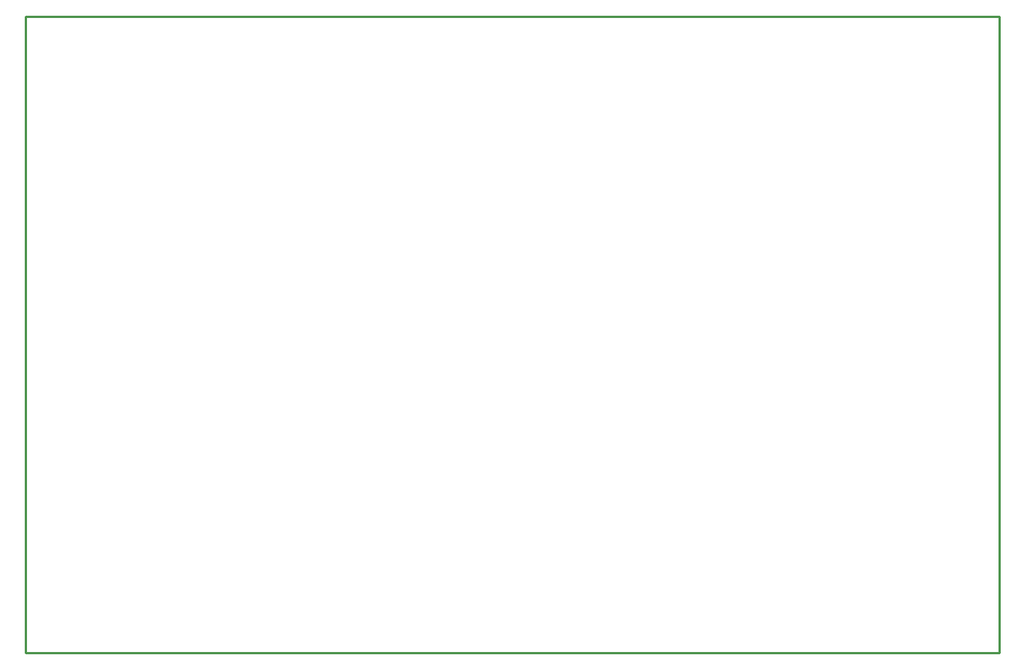
<source format=gko>
%FSLAX25Y25*%
%MOIN*%
G70*
G01*
G75*
G04 Layer_Color=16711935*
%ADD10R,0.05709X0.06102*%
%ADD11R,0.03740X0.02756*%
%ADD12R,0.03740X0.09055*%
%ADD13R,0.26772X0.28740*%
%ADD14O,0.08858X0.02362*%
%ADD15O,0.02362X0.09055*%
%ADD16O,0.09055X0.02362*%
%ADD17R,0.03543X0.03740*%
%ADD18R,0.02756X0.03740*%
%ADD19R,0.03150X0.03937*%
%ADD20R,0.03740X0.03543*%
%ADD21R,0.03937X0.03150*%
%ADD22C,0.02500*%
%ADD23C,0.01000*%
%ADD24R,0.09600X0.09600*%
%ADD25C,0.09600*%
%ADD26C,0.07000*%
%ADD27R,0.07000X0.07000*%
%ADD28C,0.06000*%
%ADD29R,0.06000X0.06000*%
%ADD30C,0.07874*%
%ADD31C,0.05000*%
%ADD32C,0.04000*%
%ADD33C,0.09100*%
G04:AMPARAMS|DCode=34|XSize=111mil|YSize=111mil|CornerRadius=0mil|HoleSize=0mil|Usage=FLASHONLY|Rotation=0.000|XOffset=0mil|YOffset=0mil|HoleType=Round|Shape=Relief|Width=10mil|Gap=10mil|Entries=4|*
%AMTHD34*
7,0,0,0.11100,0.09100,0.01000,45*
%
%ADD34THD34*%
%ADD35C,0.08000*%
%ADD36C,0.07937*%
%ADD37C,0.06800*%
G04:AMPARAMS|DCode=38|XSize=99.37mil|YSize=99.37mil|CornerRadius=0mil|HoleSize=0mil|Usage=FLASHONLY|Rotation=0.000|XOffset=0mil|YOffset=0mil|HoleType=Round|Shape=Relief|Width=10mil|Gap=10mil|Entries=4|*
%AMTHD38*
7,0,0,0.09937,0.07937,0.01000,45*
%
%ADD38THD38*%
%ADD39C,0.10000*%
%ADD40C,0.00984*%
%ADD41C,0.02362*%
%ADD42C,0.00787*%
%ADD43C,0.00500*%
%ADD44R,0.06509X0.06902*%
%ADD45R,0.04540X0.03556*%
%ADD46R,0.04540X0.09855*%
%ADD47R,0.27572X0.29540*%
%ADD48O,0.09658X0.03162*%
%ADD49O,0.03162X0.09855*%
%ADD50O,0.09855X0.03162*%
%ADD51R,0.04343X0.04540*%
%ADD52R,0.03556X0.04540*%
%ADD53R,0.03950X0.04737*%
%ADD54R,0.04540X0.04343*%
%ADD55R,0.04737X0.03950*%
%ADD56R,0.10400X0.10400*%
%ADD57C,0.10400*%
%ADD58C,0.07800*%
%ADD59R,0.07800X0.07800*%
%ADD60R,0.06800X0.06800*%
%ADD61C,0.08674*%
%ADD62C,0.05800*%
%ADD63C,0.00050*%
%ADD64C,0.00394*%
%ADD65C,0.00197*%
D23*
X-403450Y-133500D02*
Y149500D01*
X29050D01*
Y-133500D02*
Y149500D01*
X-403450Y-133500D02*
X29050D01*
M02*

</source>
